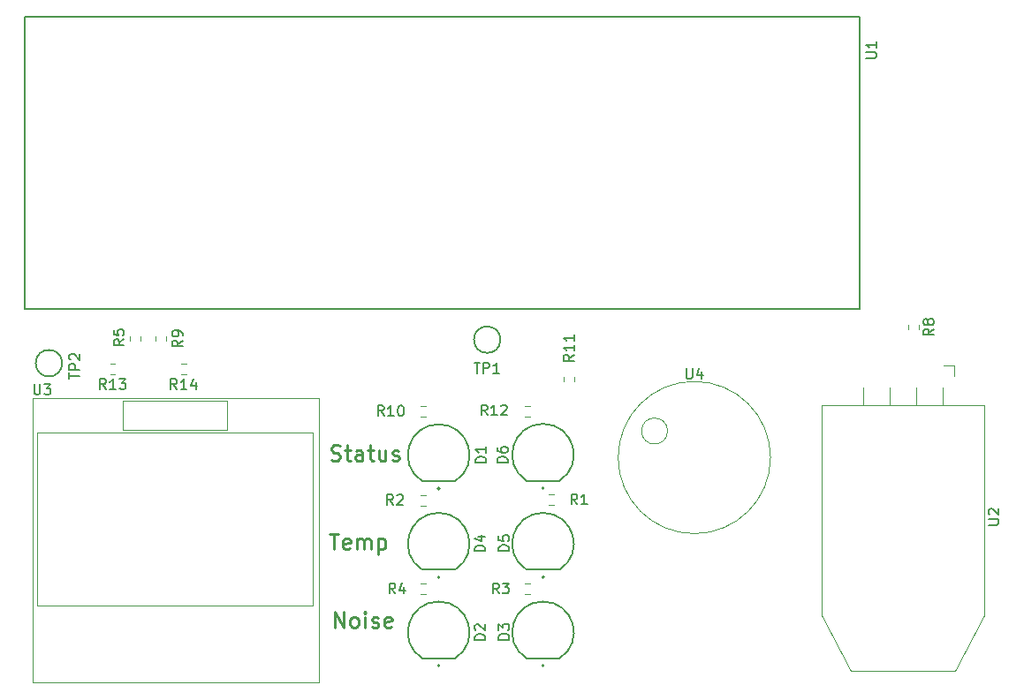
<source format=gbr>
%TF.GenerationSoftware,KiCad,Pcbnew,9.0.3*%
%TF.CreationDate,2025-08-01T16:51:20-05:00*%
%TF.ProjectId,Lab_Sensor_V2,4c61625f-5365-46e7-936f-725f56322e6b,rev?*%
%TF.SameCoordinates,Original*%
%TF.FileFunction,Legend,Top*%
%TF.FilePolarity,Positive*%
%FSLAX46Y46*%
G04 Gerber Fmt 4.6, Leading zero omitted, Abs format (unit mm)*
G04 Created by KiCad (PCBNEW 9.0.3) date 2025-08-01 16:51:20*
%MOMM*%
%LPD*%
G01*
G04 APERTURE LIST*
%ADD10C,0.250000*%
%ADD11C,0.150000*%
%ADD12C,0.127000*%
%ADD13C,0.120000*%
%ADD14C,0.200000*%
%ADD15C,0.100000*%
G04 APERTURE END LIST*
D10*
X105021615Y-106303428D02*
X105021615Y-104803428D01*
X105021615Y-104803428D02*
X105878758Y-106303428D01*
X105878758Y-106303428D02*
X105878758Y-104803428D01*
X106807330Y-106303428D02*
X106664473Y-106232000D01*
X106664473Y-106232000D02*
X106593044Y-106160571D01*
X106593044Y-106160571D02*
X106521616Y-106017714D01*
X106521616Y-106017714D02*
X106521616Y-105589142D01*
X106521616Y-105589142D02*
X106593044Y-105446285D01*
X106593044Y-105446285D02*
X106664473Y-105374857D01*
X106664473Y-105374857D02*
X106807330Y-105303428D01*
X106807330Y-105303428D02*
X107021616Y-105303428D01*
X107021616Y-105303428D02*
X107164473Y-105374857D01*
X107164473Y-105374857D02*
X107235902Y-105446285D01*
X107235902Y-105446285D02*
X107307330Y-105589142D01*
X107307330Y-105589142D02*
X107307330Y-106017714D01*
X107307330Y-106017714D02*
X107235902Y-106160571D01*
X107235902Y-106160571D02*
X107164473Y-106232000D01*
X107164473Y-106232000D02*
X107021616Y-106303428D01*
X107021616Y-106303428D02*
X106807330Y-106303428D01*
X107950187Y-106303428D02*
X107950187Y-105303428D01*
X107950187Y-104803428D02*
X107878759Y-104874857D01*
X107878759Y-104874857D02*
X107950187Y-104946285D01*
X107950187Y-104946285D02*
X108021616Y-104874857D01*
X108021616Y-104874857D02*
X107950187Y-104803428D01*
X107950187Y-104803428D02*
X107950187Y-104946285D01*
X108593045Y-106232000D02*
X108735902Y-106303428D01*
X108735902Y-106303428D02*
X109021616Y-106303428D01*
X109021616Y-106303428D02*
X109164473Y-106232000D01*
X109164473Y-106232000D02*
X109235902Y-106089142D01*
X109235902Y-106089142D02*
X109235902Y-106017714D01*
X109235902Y-106017714D02*
X109164473Y-105874857D01*
X109164473Y-105874857D02*
X109021616Y-105803428D01*
X109021616Y-105803428D02*
X108807331Y-105803428D01*
X108807331Y-105803428D02*
X108664473Y-105732000D01*
X108664473Y-105732000D02*
X108593045Y-105589142D01*
X108593045Y-105589142D02*
X108593045Y-105517714D01*
X108593045Y-105517714D02*
X108664473Y-105374857D01*
X108664473Y-105374857D02*
X108807331Y-105303428D01*
X108807331Y-105303428D02*
X109021616Y-105303428D01*
X109021616Y-105303428D02*
X109164473Y-105374857D01*
X110450188Y-106232000D02*
X110307331Y-106303428D01*
X110307331Y-106303428D02*
X110021617Y-106303428D01*
X110021617Y-106303428D02*
X109878759Y-106232000D01*
X109878759Y-106232000D02*
X109807331Y-106089142D01*
X109807331Y-106089142D02*
X109807331Y-105517714D01*
X109807331Y-105517714D02*
X109878759Y-105374857D01*
X109878759Y-105374857D02*
X110021617Y-105303428D01*
X110021617Y-105303428D02*
X110307331Y-105303428D01*
X110307331Y-105303428D02*
X110450188Y-105374857D01*
X110450188Y-105374857D02*
X110521617Y-105517714D01*
X110521617Y-105517714D02*
X110521617Y-105660571D01*
X110521617Y-105660571D02*
X109807331Y-105803428D01*
X104557330Y-97303428D02*
X105414473Y-97303428D01*
X104985901Y-98803428D02*
X104985901Y-97303428D01*
X106485901Y-98732000D02*
X106343044Y-98803428D01*
X106343044Y-98803428D02*
X106057330Y-98803428D01*
X106057330Y-98803428D02*
X105914472Y-98732000D01*
X105914472Y-98732000D02*
X105843044Y-98589142D01*
X105843044Y-98589142D02*
X105843044Y-98017714D01*
X105843044Y-98017714D02*
X105914472Y-97874857D01*
X105914472Y-97874857D02*
X106057330Y-97803428D01*
X106057330Y-97803428D02*
X106343044Y-97803428D01*
X106343044Y-97803428D02*
X106485901Y-97874857D01*
X106485901Y-97874857D02*
X106557330Y-98017714D01*
X106557330Y-98017714D02*
X106557330Y-98160571D01*
X106557330Y-98160571D02*
X105843044Y-98303428D01*
X107200186Y-98803428D02*
X107200186Y-97803428D01*
X107200186Y-97946285D02*
X107271615Y-97874857D01*
X107271615Y-97874857D02*
X107414472Y-97803428D01*
X107414472Y-97803428D02*
X107628758Y-97803428D01*
X107628758Y-97803428D02*
X107771615Y-97874857D01*
X107771615Y-97874857D02*
X107843044Y-98017714D01*
X107843044Y-98017714D02*
X107843044Y-98803428D01*
X107843044Y-98017714D02*
X107914472Y-97874857D01*
X107914472Y-97874857D02*
X108057329Y-97803428D01*
X108057329Y-97803428D02*
X108271615Y-97803428D01*
X108271615Y-97803428D02*
X108414472Y-97874857D01*
X108414472Y-97874857D02*
X108485901Y-98017714D01*
X108485901Y-98017714D02*
X108485901Y-98803428D01*
X109200186Y-97803428D02*
X109200186Y-99303428D01*
X109200186Y-97874857D02*
X109343044Y-97803428D01*
X109343044Y-97803428D02*
X109628758Y-97803428D01*
X109628758Y-97803428D02*
X109771615Y-97874857D01*
X109771615Y-97874857D02*
X109843044Y-97946285D01*
X109843044Y-97946285D02*
X109914472Y-98089142D01*
X109914472Y-98089142D02*
X109914472Y-98517714D01*
X109914472Y-98517714D02*
X109843044Y-98660571D01*
X109843044Y-98660571D02*
X109771615Y-98732000D01*
X109771615Y-98732000D02*
X109628758Y-98803428D01*
X109628758Y-98803428D02*
X109343044Y-98803428D01*
X109343044Y-98803428D02*
X109200186Y-98732000D01*
X104700187Y-90232000D02*
X104914473Y-90303428D01*
X104914473Y-90303428D02*
X105271615Y-90303428D01*
X105271615Y-90303428D02*
X105414473Y-90232000D01*
X105414473Y-90232000D02*
X105485901Y-90160571D01*
X105485901Y-90160571D02*
X105557330Y-90017714D01*
X105557330Y-90017714D02*
X105557330Y-89874857D01*
X105557330Y-89874857D02*
X105485901Y-89732000D01*
X105485901Y-89732000D02*
X105414473Y-89660571D01*
X105414473Y-89660571D02*
X105271615Y-89589142D01*
X105271615Y-89589142D02*
X104985901Y-89517714D01*
X104985901Y-89517714D02*
X104843044Y-89446285D01*
X104843044Y-89446285D02*
X104771615Y-89374857D01*
X104771615Y-89374857D02*
X104700187Y-89232000D01*
X104700187Y-89232000D02*
X104700187Y-89089142D01*
X104700187Y-89089142D02*
X104771615Y-88946285D01*
X104771615Y-88946285D02*
X104843044Y-88874857D01*
X104843044Y-88874857D02*
X104985901Y-88803428D01*
X104985901Y-88803428D02*
X105343044Y-88803428D01*
X105343044Y-88803428D02*
X105557330Y-88874857D01*
X105985901Y-89303428D02*
X106557329Y-89303428D01*
X106200186Y-88803428D02*
X106200186Y-90089142D01*
X106200186Y-90089142D02*
X106271615Y-90232000D01*
X106271615Y-90232000D02*
X106414472Y-90303428D01*
X106414472Y-90303428D02*
X106557329Y-90303428D01*
X107700187Y-90303428D02*
X107700187Y-89517714D01*
X107700187Y-89517714D02*
X107628758Y-89374857D01*
X107628758Y-89374857D02*
X107485901Y-89303428D01*
X107485901Y-89303428D02*
X107200187Y-89303428D01*
X107200187Y-89303428D02*
X107057329Y-89374857D01*
X107700187Y-90232000D02*
X107557329Y-90303428D01*
X107557329Y-90303428D02*
X107200187Y-90303428D01*
X107200187Y-90303428D02*
X107057329Y-90232000D01*
X107057329Y-90232000D02*
X106985901Y-90089142D01*
X106985901Y-90089142D02*
X106985901Y-89946285D01*
X106985901Y-89946285D02*
X107057329Y-89803428D01*
X107057329Y-89803428D02*
X107200187Y-89732000D01*
X107200187Y-89732000D02*
X107557329Y-89732000D01*
X107557329Y-89732000D02*
X107700187Y-89660571D01*
X108200187Y-89303428D02*
X108771615Y-89303428D01*
X108414472Y-88803428D02*
X108414472Y-90089142D01*
X108414472Y-90089142D02*
X108485901Y-90232000D01*
X108485901Y-90232000D02*
X108628758Y-90303428D01*
X108628758Y-90303428D02*
X108771615Y-90303428D01*
X109914473Y-89303428D02*
X109914473Y-90303428D01*
X109271615Y-89303428D02*
X109271615Y-90089142D01*
X109271615Y-90089142D02*
X109343044Y-90232000D01*
X109343044Y-90232000D02*
X109485901Y-90303428D01*
X109485901Y-90303428D02*
X109700187Y-90303428D01*
X109700187Y-90303428D02*
X109843044Y-90232000D01*
X109843044Y-90232000D02*
X109914473Y-90160571D01*
X110557330Y-90232000D02*
X110700187Y-90303428D01*
X110700187Y-90303428D02*
X110985901Y-90303428D01*
X110985901Y-90303428D02*
X111128758Y-90232000D01*
X111128758Y-90232000D02*
X111200187Y-90089142D01*
X111200187Y-90089142D02*
X111200187Y-90017714D01*
X111200187Y-90017714D02*
X111128758Y-89874857D01*
X111128758Y-89874857D02*
X110985901Y-89803428D01*
X110985901Y-89803428D02*
X110771616Y-89803428D01*
X110771616Y-89803428D02*
X110628758Y-89732000D01*
X110628758Y-89732000D02*
X110557330Y-89589142D01*
X110557330Y-89589142D02*
X110557330Y-89517714D01*
X110557330Y-89517714D02*
X110628758Y-89374857D01*
X110628758Y-89374857D02*
X110771616Y-89303428D01*
X110771616Y-89303428D02*
X110985901Y-89303428D01*
X110985901Y-89303428D02*
X111128758Y-89374857D01*
D11*
X79604819Y-82461904D02*
X79604819Y-81890476D01*
X80604819Y-82176190D02*
X79604819Y-82176190D01*
X80604819Y-81557142D02*
X79604819Y-81557142D01*
X79604819Y-81557142D02*
X79604819Y-81176190D01*
X79604819Y-81176190D02*
X79652438Y-81080952D01*
X79652438Y-81080952D02*
X79700057Y-81033333D01*
X79700057Y-81033333D02*
X79795295Y-80985714D01*
X79795295Y-80985714D02*
X79938152Y-80985714D01*
X79938152Y-80985714D02*
X80033390Y-81033333D01*
X80033390Y-81033333D02*
X80081009Y-81080952D01*
X80081009Y-81080952D02*
X80128628Y-81176190D01*
X80128628Y-81176190D02*
X80128628Y-81557142D01*
X79700057Y-80604761D02*
X79652438Y-80557142D01*
X79652438Y-80557142D02*
X79604819Y-80461904D01*
X79604819Y-80461904D02*
X79604819Y-80223809D01*
X79604819Y-80223809D02*
X79652438Y-80128571D01*
X79652438Y-80128571D02*
X79700057Y-80080952D01*
X79700057Y-80080952D02*
X79795295Y-80033333D01*
X79795295Y-80033333D02*
X79890533Y-80033333D01*
X79890533Y-80033333D02*
X80033390Y-80080952D01*
X80033390Y-80080952D02*
X80604819Y-80652380D01*
X80604819Y-80652380D02*
X80604819Y-80033333D01*
X128283333Y-94504819D02*
X127950000Y-94028628D01*
X127711905Y-94504819D02*
X127711905Y-93504819D01*
X127711905Y-93504819D02*
X128092857Y-93504819D01*
X128092857Y-93504819D02*
X128188095Y-93552438D01*
X128188095Y-93552438D02*
X128235714Y-93600057D01*
X128235714Y-93600057D02*
X128283333Y-93695295D01*
X128283333Y-93695295D02*
X128283333Y-93838152D01*
X128283333Y-93838152D02*
X128235714Y-93933390D01*
X128235714Y-93933390D02*
X128188095Y-93981009D01*
X128188095Y-93981009D02*
X128092857Y-94028628D01*
X128092857Y-94028628D02*
X127711905Y-94028628D01*
X129235714Y-94504819D02*
X128664286Y-94504819D01*
X128950000Y-94504819D02*
X128950000Y-93504819D01*
X128950000Y-93504819D02*
X128854762Y-93647676D01*
X128854762Y-93647676D02*
X128759524Y-93742914D01*
X128759524Y-93742914D02*
X128664286Y-93790533D01*
X121746819Y-107468094D02*
X120746819Y-107468094D01*
X120746819Y-107468094D02*
X120746819Y-107229999D01*
X120746819Y-107229999D02*
X120794438Y-107087142D01*
X120794438Y-107087142D02*
X120889676Y-106991904D01*
X120889676Y-106991904D02*
X120984914Y-106944285D01*
X120984914Y-106944285D02*
X121175390Y-106896666D01*
X121175390Y-106896666D02*
X121318247Y-106896666D01*
X121318247Y-106896666D02*
X121508723Y-106944285D01*
X121508723Y-106944285D02*
X121603961Y-106991904D01*
X121603961Y-106991904D02*
X121699200Y-107087142D01*
X121699200Y-107087142D02*
X121746819Y-107229999D01*
X121746819Y-107229999D02*
X121746819Y-107468094D01*
X120746819Y-106563332D02*
X120746819Y-105944285D01*
X120746819Y-105944285D02*
X121127771Y-106277618D01*
X121127771Y-106277618D02*
X121127771Y-106134761D01*
X121127771Y-106134761D02*
X121175390Y-106039523D01*
X121175390Y-106039523D02*
X121223009Y-105991904D01*
X121223009Y-105991904D02*
X121318247Y-105944285D01*
X121318247Y-105944285D02*
X121556342Y-105944285D01*
X121556342Y-105944285D02*
X121651580Y-105991904D01*
X121651580Y-105991904D02*
X121699200Y-106039523D01*
X121699200Y-106039523D02*
X121746819Y-106134761D01*
X121746819Y-106134761D02*
X121746819Y-106420475D01*
X121746819Y-106420475D02*
X121699200Y-106515713D01*
X121699200Y-106515713D02*
X121651580Y-106563332D01*
X138738095Y-81454819D02*
X138738095Y-82264342D01*
X138738095Y-82264342D02*
X138785714Y-82359580D01*
X138785714Y-82359580D02*
X138833333Y-82407200D01*
X138833333Y-82407200D02*
X138928571Y-82454819D01*
X138928571Y-82454819D02*
X139119047Y-82454819D01*
X139119047Y-82454819D02*
X139214285Y-82407200D01*
X139214285Y-82407200D02*
X139261904Y-82359580D01*
X139261904Y-82359580D02*
X139309523Y-82264342D01*
X139309523Y-82264342D02*
X139309523Y-81454819D01*
X140214285Y-81788152D02*
X140214285Y-82454819D01*
X139976190Y-81407200D02*
X139738095Y-82121485D01*
X139738095Y-82121485D02*
X140357142Y-82121485D01*
X120783333Y-103054819D02*
X120450000Y-102578628D01*
X120211905Y-103054819D02*
X120211905Y-102054819D01*
X120211905Y-102054819D02*
X120592857Y-102054819D01*
X120592857Y-102054819D02*
X120688095Y-102102438D01*
X120688095Y-102102438D02*
X120735714Y-102150057D01*
X120735714Y-102150057D02*
X120783333Y-102245295D01*
X120783333Y-102245295D02*
X120783333Y-102388152D01*
X120783333Y-102388152D02*
X120735714Y-102483390D01*
X120735714Y-102483390D02*
X120688095Y-102531009D01*
X120688095Y-102531009D02*
X120592857Y-102578628D01*
X120592857Y-102578628D02*
X120211905Y-102578628D01*
X121116667Y-102054819D02*
X121735714Y-102054819D01*
X121735714Y-102054819D02*
X121402381Y-102435771D01*
X121402381Y-102435771D02*
X121545238Y-102435771D01*
X121545238Y-102435771D02*
X121640476Y-102483390D01*
X121640476Y-102483390D02*
X121688095Y-102531009D01*
X121688095Y-102531009D02*
X121735714Y-102626247D01*
X121735714Y-102626247D02*
X121735714Y-102864342D01*
X121735714Y-102864342D02*
X121688095Y-102959580D01*
X121688095Y-102959580D02*
X121640476Y-103007200D01*
X121640476Y-103007200D02*
X121545238Y-103054819D01*
X121545238Y-103054819D02*
X121259524Y-103054819D01*
X121259524Y-103054819D02*
X121164286Y-103007200D01*
X121164286Y-103007200D02*
X121116667Y-102959580D01*
X89907142Y-83454819D02*
X89573809Y-82978628D01*
X89335714Y-83454819D02*
X89335714Y-82454819D01*
X89335714Y-82454819D02*
X89716666Y-82454819D01*
X89716666Y-82454819D02*
X89811904Y-82502438D01*
X89811904Y-82502438D02*
X89859523Y-82550057D01*
X89859523Y-82550057D02*
X89907142Y-82645295D01*
X89907142Y-82645295D02*
X89907142Y-82788152D01*
X89907142Y-82788152D02*
X89859523Y-82883390D01*
X89859523Y-82883390D02*
X89811904Y-82931009D01*
X89811904Y-82931009D02*
X89716666Y-82978628D01*
X89716666Y-82978628D02*
X89335714Y-82978628D01*
X90859523Y-83454819D02*
X90288095Y-83454819D01*
X90573809Y-83454819D02*
X90573809Y-82454819D01*
X90573809Y-82454819D02*
X90478571Y-82597676D01*
X90478571Y-82597676D02*
X90383333Y-82692914D01*
X90383333Y-82692914D02*
X90288095Y-82740533D01*
X91716666Y-82788152D02*
X91716666Y-83454819D01*
X91478571Y-82407200D02*
X91240476Y-83121485D01*
X91240476Y-83121485D02*
X91859523Y-83121485D01*
X118388095Y-80904819D02*
X118959523Y-80904819D01*
X118673809Y-81904819D02*
X118673809Y-80904819D01*
X119292857Y-81904819D02*
X119292857Y-80904819D01*
X119292857Y-80904819D02*
X119673809Y-80904819D01*
X119673809Y-80904819D02*
X119769047Y-80952438D01*
X119769047Y-80952438D02*
X119816666Y-81000057D01*
X119816666Y-81000057D02*
X119864285Y-81095295D01*
X119864285Y-81095295D02*
X119864285Y-81238152D01*
X119864285Y-81238152D02*
X119816666Y-81333390D01*
X119816666Y-81333390D02*
X119769047Y-81381009D01*
X119769047Y-81381009D02*
X119673809Y-81428628D01*
X119673809Y-81428628D02*
X119292857Y-81428628D01*
X120816666Y-81904819D02*
X120245238Y-81904819D01*
X120530952Y-81904819D02*
X120530952Y-80904819D01*
X120530952Y-80904819D02*
X120435714Y-81047676D01*
X120435714Y-81047676D02*
X120340476Y-81142914D01*
X120340476Y-81142914D02*
X120245238Y-81190533D01*
X155952819Y-51686904D02*
X156762342Y-51686904D01*
X156762342Y-51686904D02*
X156857580Y-51639285D01*
X156857580Y-51639285D02*
X156905200Y-51591666D01*
X156905200Y-51591666D02*
X156952819Y-51496428D01*
X156952819Y-51496428D02*
X156952819Y-51305952D01*
X156952819Y-51305952D02*
X156905200Y-51210714D01*
X156905200Y-51210714D02*
X156857580Y-51163095D01*
X156857580Y-51163095D02*
X156762342Y-51115476D01*
X156762342Y-51115476D02*
X155952819Y-51115476D01*
X156952819Y-50115476D02*
X156952819Y-50686904D01*
X156952819Y-50401190D02*
X155952819Y-50401190D01*
X155952819Y-50401190D02*
X156095676Y-50496428D01*
X156095676Y-50496428D02*
X156190914Y-50591666D01*
X156190914Y-50591666D02*
X156238533Y-50686904D01*
X127954819Y-80142857D02*
X127478628Y-80476190D01*
X127954819Y-80714285D02*
X126954819Y-80714285D01*
X126954819Y-80714285D02*
X126954819Y-80333333D01*
X126954819Y-80333333D02*
X127002438Y-80238095D01*
X127002438Y-80238095D02*
X127050057Y-80190476D01*
X127050057Y-80190476D02*
X127145295Y-80142857D01*
X127145295Y-80142857D02*
X127288152Y-80142857D01*
X127288152Y-80142857D02*
X127383390Y-80190476D01*
X127383390Y-80190476D02*
X127431009Y-80238095D01*
X127431009Y-80238095D02*
X127478628Y-80333333D01*
X127478628Y-80333333D02*
X127478628Y-80714285D01*
X127954819Y-79190476D02*
X127954819Y-79761904D01*
X127954819Y-79476190D02*
X126954819Y-79476190D01*
X126954819Y-79476190D02*
X127097676Y-79571428D01*
X127097676Y-79571428D02*
X127192914Y-79666666D01*
X127192914Y-79666666D02*
X127240533Y-79761904D01*
X127954819Y-78238095D02*
X127954819Y-78809523D01*
X127954819Y-78523809D02*
X126954819Y-78523809D01*
X126954819Y-78523809D02*
X127097676Y-78619047D01*
X127097676Y-78619047D02*
X127192914Y-78714285D01*
X127192914Y-78714285D02*
X127240533Y-78809523D01*
X110833333Y-103054819D02*
X110500000Y-102578628D01*
X110261905Y-103054819D02*
X110261905Y-102054819D01*
X110261905Y-102054819D02*
X110642857Y-102054819D01*
X110642857Y-102054819D02*
X110738095Y-102102438D01*
X110738095Y-102102438D02*
X110785714Y-102150057D01*
X110785714Y-102150057D02*
X110833333Y-102245295D01*
X110833333Y-102245295D02*
X110833333Y-102388152D01*
X110833333Y-102388152D02*
X110785714Y-102483390D01*
X110785714Y-102483390D02*
X110738095Y-102531009D01*
X110738095Y-102531009D02*
X110642857Y-102578628D01*
X110642857Y-102578628D02*
X110261905Y-102578628D01*
X111690476Y-102388152D02*
X111690476Y-103054819D01*
X111452381Y-102007200D02*
X111214286Y-102721485D01*
X111214286Y-102721485D02*
X111833333Y-102721485D01*
X119554819Y-90488094D02*
X118554819Y-90488094D01*
X118554819Y-90488094D02*
X118554819Y-90249999D01*
X118554819Y-90249999D02*
X118602438Y-90107142D01*
X118602438Y-90107142D02*
X118697676Y-90011904D01*
X118697676Y-90011904D02*
X118792914Y-89964285D01*
X118792914Y-89964285D02*
X118983390Y-89916666D01*
X118983390Y-89916666D02*
X119126247Y-89916666D01*
X119126247Y-89916666D02*
X119316723Y-89964285D01*
X119316723Y-89964285D02*
X119411961Y-90011904D01*
X119411961Y-90011904D02*
X119507200Y-90107142D01*
X119507200Y-90107142D02*
X119554819Y-90249999D01*
X119554819Y-90249999D02*
X119554819Y-90488094D01*
X119554819Y-88964285D02*
X119554819Y-89535713D01*
X119554819Y-89249999D02*
X118554819Y-89249999D01*
X118554819Y-89249999D02*
X118697676Y-89345237D01*
X118697676Y-89345237D02*
X118792914Y-89440475D01*
X118792914Y-89440475D02*
X118840533Y-89535713D01*
X121746819Y-98968094D02*
X120746819Y-98968094D01*
X120746819Y-98968094D02*
X120746819Y-98729999D01*
X120746819Y-98729999D02*
X120794438Y-98587142D01*
X120794438Y-98587142D02*
X120889676Y-98491904D01*
X120889676Y-98491904D02*
X120984914Y-98444285D01*
X120984914Y-98444285D02*
X121175390Y-98396666D01*
X121175390Y-98396666D02*
X121318247Y-98396666D01*
X121318247Y-98396666D02*
X121508723Y-98444285D01*
X121508723Y-98444285D02*
X121603961Y-98491904D01*
X121603961Y-98491904D02*
X121699200Y-98587142D01*
X121699200Y-98587142D02*
X121746819Y-98729999D01*
X121746819Y-98729999D02*
X121746819Y-98968094D01*
X120746819Y-97491904D02*
X120746819Y-97968094D01*
X120746819Y-97968094D02*
X121223009Y-98015713D01*
X121223009Y-98015713D02*
X121175390Y-97968094D01*
X121175390Y-97968094D02*
X121127771Y-97872856D01*
X121127771Y-97872856D02*
X121127771Y-97634761D01*
X121127771Y-97634761D02*
X121175390Y-97539523D01*
X121175390Y-97539523D02*
X121223009Y-97491904D01*
X121223009Y-97491904D02*
X121318247Y-97444285D01*
X121318247Y-97444285D02*
X121556342Y-97444285D01*
X121556342Y-97444285D02*
X121651580Y-97491904D01*
X121651580Y-97491904D02*
X121699200Y-97539523D01*
X121699200Y-97539523D02*
X121746819Y-97634761D01*
X121746819Y-97634761D02*
X121746819Y-97872856D01*
X121746819Y-97872856D02*
X121699200Y-97968094D01*
X121699200Y-97968094D02*
X121651580Y-98015713D01*
X84854819Y-78666666D02*
X84378628Y-78999999D01*
X84854819Y-79238094D02*
X83854819Y-79238094D01*
X83854819Y-79238094D02*
X83854819Y-78857142D01*
X83854819Y-78857142D02*
X83902438Y-78761904D01*
X83902438Y-78761904D02*
X83950057Y-78714285D01*
X83950057Y-78714285D02*
X84045295Y-78666666D01*
X84045295Y-78666666D02*
X84188152Y-78666666D01*
X84188152Y-78666666D02*
X84283390Y-78714285D01*
X84283390Y-78714285D02*
X84331009Y-78761904D01*
X84331009Y-78761904D02*
X84378628Y-78857142D01*
X84378628Y-78857142D02*
X84378628Y-79238094D01*
X83854819Y-77761904D02*
X83854819Y-78238094D01*
X83854819Y-78238094D02*
X84331009Y-78285713D01*
X84331009Y-78285713D02*
X84283390Y-78238094D01*
X84283390Y-78238094D02*
X84235771Y-78142856D01*
X84235771Y-78142856D02*
X84235771Y-77904761D01*
X84235771Y-77904761D02*
X84283390Y-77809523D01*
X84283390Y-77809523D02*
X84331009Y-77761904D01*
X84331009Y-77761904D02*
X84426247Y-77714285D01*
X84426247Y-77714285D02*
X84664342Y-77714285D01*
X84664342Y-77714285D02*
X84759580Y-77761904D01*
X84759580Y-77761904D02*
X84807200Y-77809523D01*
X84807200Y-77809523D02*
X84854819Y-77904761D01*
X84854819Y-77904761D02*
X84854819Y-78142856D01*
X84854819Y-78142856D02*
X84807200Y-78238094D01*
X84807200Y-78238094D02*
X84759580Y-78285713D01*
X167664819Y-96454404D02*
X168474342Y-96454404D01*
X168474342Y-96454404D02*
X168569580Y-96406785D01*
X168569580Y-96406785D02*
X168617200Y-96359166D01*
X168617200Y-96359166D02*
X168664819Y-96263928D01*
X168664819Y-96263928D02*
X168664819Y-96073452D01*
X168664819Y-96073452D02*
X168617200Y-95978214D01*
X168617200Y-95978214D02*
X168569580Y-95930595D01*
X168569580Y-95930595D02*
X168474342Y-95882976D01*
X168474342Y-95882976D02*
X167664819Y-95882976D01*
X167760057Y-95454404D02*
X167712438Y-95406785D01*
X167712438Y-95406785D02*
X167664819Y-95311547D01*
X167664819Y-95311547D02*
X167664819Y-95073452D01*
X167664819Y-95073452D02*
X167712438Y-94978214D01*
X167712438Y-94978214D02*
X167760057Y-94930595D01*
X167760057Y-94930595D02*
X167855295Y-94882976D01*
X167855295Y-94882976D02*
X167950533Y-94882976D01*
X167950533Y-94882976D02*
X168093390Y-94930595D01*
X168093390Y-94930595D02*
X168664819Y-95502023D01*
X168664819Y-95502023D02*
X168664819Y-94882976D01*
X83107142Y-83454819D02*
X82773809Y-82978628D01*
X82535714Y-83454819D02*
X82535714Y-82454819D01*
X82535714Y-82454819D02*
X82916666Y-82454819D01*
X82916666Y-82454819D02*
X83011904Y-82502438D01*
X83011904Y-82502438D02*
X83059523Y-82550057D01*
X83059523Y-82550057D02*
X83107142Y-82645295D01*
X83107142Y-82645295D02*
X83107142Y-82788152D01*
X83107142Y-82788152D02*
X83059523Y-82883390D01*
X83059523Y-82883390D02*
X83011904Y-82931009D01*
X83011904Y-82931009D02*
X82916666Y-82978628D01*
X82916666Y-82978628D02*
X82535714Y-82978628D01*
X84059523Y-83454819D02*
X83488095Y-83454819D01*
X83773809Y-83454819D02*
X83773809Y-82454819D01*
X83773809Y-82454819D02*
X83678571Y-82597676D01*
X83678571Y-82597676D02*
X83583333Y-82692914D01*
X83583333Y-82692914D02*
X83488095Y-82740533D01*
X84392857Y-82454819D02*
X85011904Y-82454819D01*
X85011904Y-82454819D02*
X84678571Y-82835771D01*
X84678571Y-82835771D02*
X84821428Y-82835771D01*
X84821428Y-82835771D02*
X84916666Y-82883390D01*
X84916666Y-82883390D02*
X84964285Y-82931009D01*
X84964285Y-82931009D02*
X85011904Y-83026247D01*
X85011904Y-83026247D02*
X85011904Y-83264342D01*
X85011904Y-83264342D02*
X84964285Y-83359580D01*
X84964285Y-83359580D02*
X84916666Y-83407200D01*
X84916666Y-83407200D02*
X84821428Y-83454819D01*
X84821428Y-83454819D02*
X84535714Y-83454819D01*
X84535714Y-83454819D02*
X84440476Y-83407200D01*
X84440476Y-83407200D02*
X84392857Y-83359580D01*
X76238095Y-82954819D02*
X76238095Y-83764342D01*
X76238095Y-83764342D02*
X76285714Y-83859580D01*
X76285714Y-83859580D02*
X76333333Y-83907200D01*
X76333333Y-83907200D02*
X76428571Y-83954819D01*
X76428571Y-83954819D02*
X76619047Y-83954819D01*
X76619047Y-83954819D02*
X76714285Y-83907200D01*
X76714285Y-83907200D02*
X76761904Y-83859580D01*
X76761904Y-83859580D02*
X76809523Y-83764342D01*
X76809523Y-83764342D02*
X76809523Y-82954819D01*
X77190476Y-82954819D02*
X77809523Y-82954819D01*
X77809523Y-82954819D02*
X77476190Y-83335771D01*
X77476190Y-83335771D02*
X77619047Y-83335771D01*
X77619047Y-83335771D02*
X77714285Y-83383390D01*
X77714285Y-83383390D02*
X77761904Y-83431009D01*
X77761904Y-83431009D02*
X77809523Y-83526247D01*
X77809523Y-83526247D02*
X77809523Y-83764342D01*
X77809523Y-83764342D02*
X77761904Y-83859580D01*
X77761904Y-83859580D02*
X77714285Y-83907200D01*
X77714285Y-83907200D02*
X77619047Y-83954819D01*
X77619047Y-83954819D02*
X77333333Y-83954819D01*
X77333333Y-83954819D02*
X77238095Y-83907200D01*
X77238095Y-83907200D02*
X77190476Y-83859580D01*
X110633333Y-94554819D02*
X110300000Y-94078628D01*
X110061905Y-94554819D02*
X110061905Y-93554819D01*
X110061905Y-93554819D02*
X110442857Y-93554819D01*
X110442857Y-93554819D02*
X110538095Y-93602438D01*
X110538095Y-93602438D02*
X110585714Y-93650057D01*
X110585714Y-93650057D02*
X110633333Y-93745295D01*
X110633333Y-93745295D02*
X110633333Y-93888152D01*
X110633333Y-93888152D02*
X110585714Y-93983390D01*
X110585714Y-93983390D02*
X110538095Y-94031009D01*
X110538095Y-94031009D02*
X110442857Y-94078628D01*
X110442857Y-94078628D02*
X110061905Y-94078628D01*
X111014286Y-93650057D02*
X111061905Y-93602438D01*
X111061905Y-93602438D02*
X111157143Y-93554819D01*
X111157143Y-93554819D02*
X111395238Y-93554819D01*
X111395238Y-93554819D02*
X111490476Y-93602438D01*
X111490476Y-93602438D02*
X111538095Y-93650057D01*
X111538095Y-93650057D02*
X111585714Y-93745295D01*
X111585714Y-93745295D02*
X111585714Y-93840533D01*
X111585714Y-93840533D02*
X111538095Y-93983390D01*
X111538095Y-93983390D02*
X110966667Y-94554819D01*
X110966667Y-94554819D02*
X111585714Y-94554819D01*
X119454819Y-107508094D02*
X118454819Y-107508094D01*
X118454819Y-107508094D02*
X118454819Y-107269999D01*
X118454819Y-107269999D02*
X118502438Y-107127142D01*
X118502438Y-107127142D02*
X118597676Y-107031904D01*
X118597676Y-107031904D02*
X118692914Y-106984285D01*
X118692914Y-106984285D02*
X118883390Y-106936666D01*
X118883390Y-106936666D02*
X119026247Y-106936666D01*
X119026247Y-106936666D02*
X119216723Y-106984285D01*
X119216723Y-106984285D02*
X119311961Y-107031904D01*
X119311961Y-107031904D02*
X119407200Y-107127142D01*
X119407200Y-107127142D02*
X119454819Y-107269999D01*
X119454819Y-107269999D02*
X119454819Y-107508094D01*
X118550057Y-106555713D02*
X118502438Y-106508094D01*
X118502438Y-106508094D02*
X118454819Y-106412856D01*
X118454819Y-106412856D02*
X118454819Y-106174761D01*
X118454819Y-106174761D02*
X118502438Y-106079523D01*
X118502438Y-106079523D02*
X118550057Y-106031904D01*
X118550057Y-106031904D02*
X118645295Y-105984285D01*
X118645295Y-105984285D02*
X118740533Y-105984285D01*
X118740533Y-105984285D02*
X118883390Y-106031904D01*
X118883390Y-106031904D02*
X119454819Y-106603332D01*
X119454819Y-106603332D02*
X119454819Y-105984285D01*
X119454819Y-98988094D02*
X118454819Y-98988094D01*
X118454819Y-98988094D02*
X118454819Y-98749999D01*
X118454819Y-98749999D02*
X118502438Y-98607142D01*
X118502438Y-98607142D02*
X118597676Y-98511904D01*
X118597676Y-98511904D02*
X118692914Y-98464285D01*
X118692914Y-98464285D02*
X118883390Y-98416666D01*
X118883390Y-98416666D02*
X119026247Y-98416666D01*
X119026247Y-98416666D02*
X119216723Y-98464285D01*
X119216723Y-98464285D02*
X119311961Y-98511904D01*
X119311961Y-98511904D02*
X119407200Y-98607142D01*
X119407200Y-98607142D02*
X119454819Y-98749999D01*
X119454819Y-98749999D02*
X119454819Y-98988094D01*
X118788152Y-97559523D02*
X119454819Y-97559523D01*
X118407200Y-97797618D02*
X119121485Y-98035713D01*
X119121485Y-98035713D02*
X119121485Y-97416666D01*
X109757142Y-86004819D02*
X109423809Y-85528628D01*
X109185714Y-86004819D02*
X109185714Y-85004819D01*
X109185714Y-85004819D02*
X109566666Y-85004819D01*
X109566666Y-85004819D02*
X109661904Y-85052438D01*
X109661904Y-85052438D02*
X109709523Y-85100057D01*
X109709523Y-85100057D02*
X109757142Y-85195295D01*
X109757142Y-85195295D02*
X109757142Y-85338152D01*
X109757142Y-85338152D02*
X109709523Y-85433390D01*
X109709523Y-85433390D02*
X109661904Y-85481009D01*
X109661904Y-85481009D02*
X109566666Y-85528628D01*
X109566666Y-85528628D02*
X109185714Y-85528628D01*
X110709523Y-86004819D02*
X110138095Y-86004819D01*
X110423809Y-86004819D02*
X110423809Y-85004819D01*
X110423809Y-85004819D02*
X110328571Y-85147676D01*
X110328571Y-85147676D02*
X110233333Y-85242914D01*
X110233333Y-85242914D02*
X110138095Y-85290533D01*
X111328571Y-85004819D02*
X111423809Y-85004819D01*
X111423809Y-85004819D02*
X111519047Y-85052438D01*
X111519047Y-85052438D02*
X111566666Y-85100057D01*
X111566666Y-85100057D02*
X111614285Y-85195295D01*
X111614285Y-85195295D02*
X111661904Y-85385771D01*
X111661904Y-85385771D02*
X111661904Y-85623866D01*
X111661904Y-85623866D02*
X111614285Y-85814342D01*
X111614285Y-85814342D02*
X111566666Y-85909580D01*
X111566666Y-85909580D02*
X111519047Y-85957200D01*
X111519047Y-85957200D02*
X111423809Y-86004819D01*
X111423809Y-86004819D02*
X111328571Y-86004819D01*
X111328571Y-86004819D02*
X111233333Y-85957200D01*
X111233333Y-85957200D02*
X111185714Y-85909580D01*
X111185714Y-85909580D02*
X111138095Y-85814342D01*
X111138095Y-85814342D02*
X111090476Y-85623866D01*
X111090476Y-85623866D02*
X111090476Y-85385771D01*
X111090476Y-85385771D02*
X111138095Y-85195295D01*
X111138095Y-85195295D02*
X111185714Y-85100057D01*
X111185714Y-85100057D02*
X111233333Y-85052438D01*
X111233333Y-85052438D02*
X111328571Y-85004819D01*
X162454819Y-77666666D02*
X161978628Y-77999999D01*
X162454819Y-78238094D02*
X161454819Y-78238094D01*
X161454819Y-78238094D02*
X161454819Y-77857142D01*
X161454819Y-77857142D02*
X161502438Y-77761904D01*
X161502438Y-77761904D02*
X161550057Y-77714285D01*
X161550057Y-77714285D02*
X161645295Y-77666666D01*
X161645295Y-77666666D02*
X161788152Y-77666666D01*
X161788152Y-77666666D02*
X161883390Y-77714285D01*
X161883390Y-77714285D02*
X161931009Y-77761904D01*
X161931009Y-77761904D02*
X161978628Y-77857142D01*
X161978628Y-77857142D02*
X161978628Y-78238094D01*
X161883390Y-77095237D02*
X161835771Y-77190475D01*
X161835771Y-77190475D02*
X161788152Y-77238094D01*
X161788152Y-77238094D02*
X161692914Y-77285713D01*
X161692914Y-77285713D02*
X161645295Y-77285713D01*
X161645295Y-77285713D02*
X161550057Y-77238094D01*
X161550057Y-77238094D02*
X161502438Y-77190475D01*
X161502438Y-77190475D02*
X161454819Y-77095237D01*
X161454819Y-77095237D02*
X161454819Y-76904761D01*
X161454819Y-76904761D02*
X161502438Y-76809523D01*
X161502438Y-76809523D02*
X161550057Y-76761904D01*
X161550057Y-76761904D02*
X161645295Y-76714285D01*
X161645295Y-76714285D02*
X161692914Y-76714285D01*
X161692914Y-76714285D02*
X161788152Y-76761904D01*
X161788152Y-76761904D02*
X161835771Y-76809523D01*
X161835771Y-76809523D02*
X161883390Y-76904761D01*
X161883390Y-76904761D02*
X161883390Y-77095237D01*
X161883390Y-77095237D02*
X161931009Y-77190475D01*
X161931009Y-77190475D02*
X161978628Y-77238094D01*
X161978628Y-77238094D02*
X162073866Y-77285713D01*
X162073866Y-77285713D02*
X162264342Y-77285713D01*
X162264342Y-77285713D02*
X162359580Y-77238094D01*
X162359580Y-77238094D02*
X162407200Y-77190475D01*
X162407200Y-77190475D02*
X162454819Y-77095237D01*
X162454819Y-77095237D02*
X162454819Y-76904761D01*
X162454819Y-76904761D02*
X162407200Y-76809523D01*
X162407200Y-76809523D02*
X162359580Y-76761904D01*
X162359580Y-76761904D02*
X162264342Y-76714285D01*
X162264342Y-76714285D02*
X162073866Y-76714285D01*
X162073866Y-76714285D02*
X161978628Y-76761904D01*
X161978628Y-76761904D02*
X161931009Y-76809523D01*
X161931009Y-76809523D02*
X161883390Y-76904761D01*
X90454819Y-78766666D02*
X89978628Y-79099999D01*
X90454819Y-79338094D02*
X89454819Y-79338094D01*
X89454819Y-79338094D02*
X89454819Y-78957142D01*
X89454819Y-78957142D02*
X89502438Y-78861904D01*
X89502438Y-78861904D02*
X89550057Y-78814285D01*
X89550057Y-78814285D02*
X89645295Y-78766666D01*
X89645295Y-78766666D02*
X89788152Y-78766666D01*
X89788152Y-78766666D02*
X89883390Y-78814285D01*
X89883390Y-78814285D02*
X89931009Y-78861904D01*
X89931009Y-78861904D02*
X89978628Y-78957142D01*
X89978628Y-78957142D02*
X89978628Y-79338094D01*
X90454819Y-78290475D02*
X90454819Y-78099999D01*
X90454819Y-78099999D02*
X90407200Y-78004761D01*
X90407200Y-78004761D02*
X90359580Y-77957142D01*
X90359580Y-77957142D02*
X90216723Y-77861904D01*
X90216723Y-77861904D02*
X90026247Y-77814285D01*
X90026247Y-77814285D02*
X89645295Y-77814285D01*
X89645295Y-77814285D02*
X89550057Y-77861904D01*
X89550057Y-77861904D02*
X89502438Y-77909523D01*
X89502438Y-77909523D02*
X89454819Y-78004761D01*
X89454819Y-78004761D02*
X89454819Y-78195237D01*
X89454819Y-78195237D02*
X89502438Y-78290475D01*
X89502438Y-78290475D02*
X89550057Y-78338094D01*
X89550057Y-78338094D02*
X89645295Y-78385713D01*
X89645295Y-78385713D02*
X89883390Y-78385713D01*
X89883390Y-78385713D02*
X89978628Y-78338094D01*
X89978628Y-78338094D02*
X90026247Y-78290475D01*
X90026247Y-78290475D02*
X90073866Y-78195237D01*
X90073866Y-78195237D02*
X90073866Y-78004761D01*
X90073866Y-78004761D02*
X90026247Y-77909523D01*
X90026247Y-77909523D02*
X89978628Y-77861904D01*
X89978628Y-77861904D02*
X89883390Y-77814285D01*
X121604819Y-90488094D02*
X120604819Y-90488094D01*
X120604819Y-90488094D02*
X120604819Y-90249999D01*
X120604819Y-90249999D02*
X120652438Y-90107142D01*
X120652438Y-90107142D02*
X120747676Y-90011904D01*
X120747676Y-90011904D02*
X120842914Y-89964285D01*
X120842914Y-89964285D02*
X121033390Y-89916666D01*
X121033390Y-89916666D02*
X121176247Y-89916666D01*
X121176247Y-89916666D02*
X121366723Y-89964285D01*
X121366723Y-89964285D02*
X121461961Y-90011904D01*
X121461961Y-90011904D02*
X121557200Y-90107142D01*
X121557200Y-90107142D02*
X121604819Y-90249999D01*
X121604819Y-90249999D02*
X121604819Y-90488094D01*
X120604819Y-89059523D02*
X120604819Y-89249999D01*
X120604819Y-89249999D02*
X120652438Y-89345237D01*
X120652438Y-89345237D02*
X120700057Y-89392856D01*
X120700057Y-89392856D02*
X120842914Y-89488094D01*
X120842914Y-89488094D02*
X121033390Y-89535713D01*
X121033390Y-89535713D02*
X121414342Y-89535713D01*
X121414342Y-89535713D02*
X121509580Y-89488094D01*
X121509580Y-89488094D02*
X121557200Y-89440475D01*
X121557200Y-89440475D02*
X121604819Y-89345237D01*
X121604819Y-89345237D02*
X121604819Y-89154761D01*
X121604819Y-89154761D02*
X121557200Y-89059523D01*
X121557200Y-89059523D02*
X121509580Y-89011904D01*
X121509580Y-89011904D02*
X121414342Y-88964285D01*
X121414342Y-88964285D02*
X121176247Y-88964285D01*
X121176247Y-88964285D02*
X121081009Y-89011904D01*
X121081009Y-89011904D02*
X121033390Y-89059523D01*
X121033390Y-89059523D02*
X120985771Y-89154761D01*
X120985771Y-89154761D02*
X120985771Y-89345237D01*
X120985771Y-89345237D02*
X121033390Y-89440475D01*
X121033390Y-89440475D02*
X121081009Y-89488094D01*
X121081009Y-89488094D02*
X121176247Y-89535713D01*
X119657142Y-85954819D02*
X119323809Y-85478628D01*
X119085714Y-85954819D02*
X119085714Y-84954819D01*
X119085714Y-84954819D02*
X119466666Y-84954819D01*
X119466666Y-84954819D02*
X119561904Y-85002438D01*
X119561904Y-85002438D02*
X119609523Y-85050057D01*
X119609523Y-85050057D02*
X119657142Y-85145295D01*
X119657142Y-85145295D02*
X119657142Y-85288152D01*
X119657142Y-85288152D02*
X119609523Y-85383390D01*
X119609523Y-85383390D02*
X119561904Y-85431009D01*
X119561904Y-85431009D02*
X119466666Y-85478628D01*
X119466666Y-85478628D02*
X119085714Y-85478628D01*
X120609523Y-85954819D02*
X120038095Y-85954819D01*
X120323809Y-85954819D02*
X120323809Y-84954819D01*
X120323809Y-84954819D02*
X120228571Y-85097676D01*
X120228571Y-85097676D02*
X120133333Y-85192914D01*
X120133333Y-85192914D02*
X120038095Y-85240533D01*
X120990476Y-85050057D02*
X121038095Y-85002438D01*
X121038095Y-85002438D02*
X121133333Y-84954819D01*
X121133333Y-84954819D02*
X121371428Y-84954819D01*
X121371428Y-84954819D02*
X121466666Y-85002438D01*
X121466666Y-85002438D02*
X121514285Y-85050057D01*
X121514285Y-85050057D02*
X121561904Y-85145295D01*
X121561904Y-85145295D02*
X121561904Y-85240533D01*
X121561904Y-85240533D02*
X121514285Y-85383390D01*
X121514285Y-85383390D02*
X120942857Y-85954819D01*
X120942857Y-85954819D02*
X121561904Y-85954819D01*
D12*
%TO.C,TP2*%
X78920000Y-80950000D02*
G75*
G02*
X76380000Y-80950000I-1270000J0D01*
G01*
X76380000Y-80950000D02*
G75*
G02*
X78920000Y-80950000I1270000J0D01*
G01*
D13*
%TO.C,R1*%
X125562742Y-93527500D02*
X126037258Y-93527500D01*
X125562742Y-94572500D02*
X126037258Y-94572500D01*
D12*
%TO.C,D3*%
X123434000Y-109270000D02*
X126566000Y-109270000D01*
X123434000Y-109270000D02*
G75*
G02*
X126566000Y-109270000I1566000J2506124D01*
G01*
D14*
X125100000Y-109970000D02*
G75*
G02*
X124900000Y-109970000I-100000J0D01*
G01*
X124900000Y-109970000D02*
G75*
G02*
X125100000Y-109970000I100000J0D01*
G01*
D15*
%TO.C,U4*%
X136934600Y-87460000D02*
G75*
G02*
X134445400Y-87460000I-1244600J0D01*
G01*
X134445400Y-87460000D02*
G75*
G02*
X136934600Y-87460000I1244600J0D01*
G01*
X146800000Y-90000000D02*
G75*
G02*
X132200000Y-90000000I-7300000J0D01*
G01*
X132200000Y-90000000D02*
G75*
G02*
X146800000Y-90000000I7300000J0D01*
G01*
D13*
%TO.C,R3*%
X123737258Y-102077500D02*
X123262742Y-102077500D01*
X123737258Y-103122500D02*
X123262742Y-103122500D01*
%TO.C,R14*%
X90337742Y-80977500D02*
X90812258Y-80977500D01*
X90337742Y-82022500D02*
X90812258Y-82022500D01*
D12*
%TO.C,TP1*%
X120920000Y-78700000D02*
G75*
G02*
X118380000Y-78700000I-1270000J0D01*
G01*
X118380000Y-78700000D02*
G75*
G02*
X120920000Y-78700000I1270000J0D01*
G01*
%TO.C,U1*%
X75363000Y-47750000D02*
X75363000Y-75750000D01*
X75363000Y-75750000D02*
X155363000Y-75750000D01*
X155363000Y-47750000D02*
X75363000Y-47750000D01*
X155363000Y-75750000D02*
X155363000Y-47750000D01*
D13*
%TO.C,R11*%
X126977500Y-82737258D02*
X126977500Y-82262742D01*
X128022500Y-82737258D02*
X128022500Y-82262742D01*
%TO.C,R4*%
X113737258Y-102077500D02*
X113262742Y-102077500D01*
X113737258Y-103122500D02*
X113262742Y-103122500D01*
D12*
%TO.C,D1*%
X113434000Y-92270000D02*
X116566000Y-92270000D01*
X113434000Y-92270000D02*
G75*
G02*
X116566000Y-92270000I1566000J2506124D01*
G01*
D14*
X115100000Y-92970000D02*
G75*
G02*
X114900000Y-92970000I-100000J0D01*
G01*
X114900000Y-92970000D02*
G75*
G02*
X115100000Y-92970000I100000J0D01*
G01*
D12*
%TO.C,D5*%
X123434000Y-100770000D02*
X126566000Y-100770000D01*
X123434000Y-100770000D02*
G75*
G02*
X126566000Y-100770000I1566000J2506124D01*
G01*
D14*
X125100000Y-101470000D02*
G75*
G02*
X124900000Y-101470000I-100000J0D01*
G01*
X124900000Y-101470000D02*
G75*
G02*
X125100000Y-101470000I100000J0D01*
G01*
D13*
%TO.C,R5*%
X85377500Y-78837258D02*
X85377500Y-78362742D01*
X86422500Y-78837258D02*
X86422500Y-78362742D01*
%TO.C,U2*%
X151700000Y-84942500D02*
X167300000Y-84942500D01*
X151700000Y-105142500D02*
X151700000Y-84942500D01*
X154500000Y-110442500D02*
X151700000Y-105142500D01*
X155690000Y-83302500D02*
X155690000Y-84942500D01*
X158230000Y-83302500D02*
X158230000Y-84942500D01*
X160770000Y-83302500D02*
X160770000Y-84942500D01*
X163310000Y-83302500D02*
X163310000Y-84942500D01*
X163410000Y-81192500D02*
X164410000Y-81192500D01*
X164410000Y-81192500D02*
X164410000Y-82192500D01*
X164500000Y-110442500D02*
X154500000Y-110442500D01*
X167300000Y-84942500D02*
X167300000Y-105142500D01*
X167300000Y-105142500D02*
X164500000Y-110442500D01*
%TO.C,R13*%
X83987258Y-80977500D02*
X83512742Y-80977500D01*
X83987258Y-82022500D02*
X83512742Y-82022500D01*
%TO.C,U3*%
X76100000Y-84300000D02*
X103500000Y-84300000D01*
X76100000Y-111600000D02*
X76100000Y-84300000D01*
X76522000Y-87595000D02*
X99622000Y-87595000D01*
X76522000Y-104195000D02*
X76522000Y-87595000D01*
X99622000Y-87595000D02*
X102708000Y-87595000D01*
X99622000Y-104195000D02*
X76522000Y-104195000D01*
X99622000Y-104195000D02*
X102962000Y-104220000D01*
X102962000Y-87583000D02*
X102708000Y-87595000D01*
X102962000Y-104220000D02*
X102962000Y-87583000D01*
X103500000Y-84300000D02*
X103500000Y-111600000D01*
X103500000Y-111600000D02*
X76100000Y-111600000D01*
D15*
X84750000Y-84600000D02*
X94750000Y-84600000D01*
X94750000Y-87350000D01*
X84750000Y-87350000D01*
X84750000Y-84600000D01*
D13*
%TO.C,R2*%
X113737258Y-93577500D02*
X113262742Y-93577500D01*
X113737258Y-94622500D02*
X113262742Y-94622500D01*
D12*
%TO.C,D2*%
X113434000Y-109270000D02*
X116566000Y-109270000D01*
X113434000Y-109270000D02*
G75*
G02*
X116566000Y-109270000I1566000J2506124D01*
G01*
D14*
X115100000Y-109970000D02*
G75*
G02*
X114900000Y-109970000I-100000J0D01*
G01*
X114900000Y-109970000D02*
G75*
G02*
X115100000Y-109970000I100000J0D01*
G01*
D12*
%TO.C,D4*%
X113434000Y-100770000D02*
X116566000Y-100770000D01*
X113434000Y-100770000D02*
G75*
G02*
X116566000Y-100770000I1566000J2506124D01*
G01*
D14*
X115100000Y-101470000D02*
G75*
G02*
X114900000Y-101470000I-100000J0D01*
G01*
X114900000Y-101470000D02*
G75*
G02*
X115100000Y-101470000I100000J0D01*
G01*
D13*
%TO.C,R10*%
X113262742Y-85077500D02*
X113737258Y-85077500D01*
X113262742Y-86122500D02*
X113737258Y-86122500D01*
%TO.C,R8*%
X159977500Y-77737258D02*
X159977500Y-77262742D01*
X161022500Y-77737258D02*
X161022500Y-77262742D01*
%TO.C,R9*%
X87877500Y-78362742D02*
X87877500Y-78837258D01*
X88922500Y-78362742D02*
X88922500Y-78837258D01*
D12*
%TO.C,D6*%
X123434000Y-92230000D02*
X126566000Y-92230000D01*
X123434000Y-92230000D02*
G75*
G02*
X126566000Y-92230000I1566000J2506124D01*
G01*
D14*
X125100000Y-92930000D02*
G75*
G02*
X124900000Y-92930000I-100000J0D01*
G01*
X124900000Y-92930000D02*
G75*
G02*
X125100000Y-92930000I100000J0D01*
G01*
D13*
%TO.C,R12*%
X123262742Y-85077500D02*
X123737258Y-85077500D01*
X123262742Y-86122500D02*
X123737258Y-86122500D01*
%TD*%
M02*

</source>
